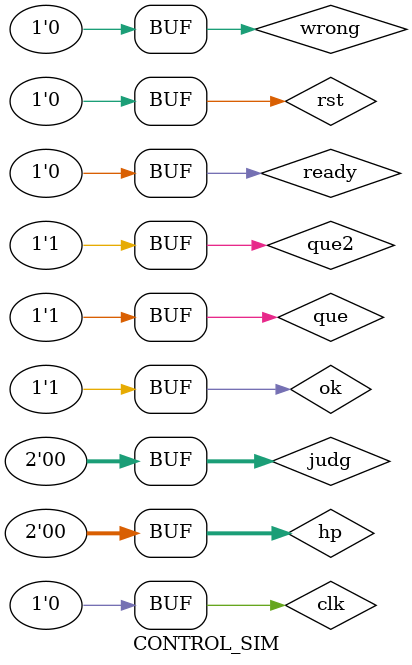
<source format=v>
`timescale 1ns / 100ps
module CONTROL_SIM();

//reg  ready, que, que2, clr, dec, ok, clk, rst, wrong;
reg  ready, que, que2, ok, clk, rst, wrong;
reg [1:0] hp, judg;
//reg [2:0] sel;

//wire dec_out, clr_out, ready_out;
//wire [2:0] sel_out;
wire ready_out;
wire [3:0] state; 
//reg  ready_out;


CONTROL a1(
 .CLK(clk),//INPUT
 .RST(rst),
 .READY_IN(ready),
 .QUE_IN(que),
 //.CLR_IN(clr),
 //.DEC(dec),
 //.SEL(sel),
 .OK_IN(ok),
 .HP_IN(hp),
 .QUE(que2),
 .JUDG_IN(judg),
 .WRONG_IN(wrong),

 .READY_OUT(ready_out),//OUTPUT
 .STATE(state)
 //.SEL_OUT(sel_out),
 //.DEC_OUT(dec_out),
 //.CLR_OUT(clr_out)
);



/*process begin//create CLK
  clk <= '0';
 wait for 5ns;
  clk <= '1';
 wait for 5ns;
end process;*/


always begin
        clk = 1;
  #0.8  clk = 0;
  #0.8;
end


initial begin
     ready = 0;
     //ready_out = 0;

     ok = 0;

     //dec = 0;
     //sel = 3'b0;
     que = 0;
     que2 = 0;
     wrong = 0;
     judg = 2'b0;
     hp = 2'b0;
     //clr = 0;
     rst = 0;
#50 ok = 1;//150ns
 #50  que2 = 1;
// #50  que2 = 1;

end


always begin
  que = 0;
#150 que = 1;
#150;  
end



endmodule
</source>
